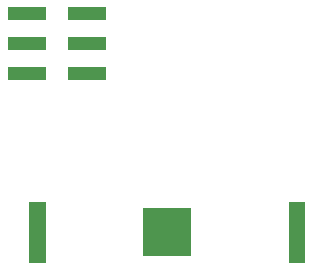
<source format=gbs>
G04 #@! TF.GenerationSoftware,KiCad,Pcbnew,(5.0.1)-rc2*
G04 #@! TF.CreationDate,2018-12-03T18:09:08-05:00*
G04 #@! TF.ProjectId,tpms_silencer,74706D735F73696C656E6365722E6B69,rev?*
G04 #@! TF.SameCoordinates,Original*
G04 #@! TF.FileFunction,Soldermask,Bot*
G04 #@! TF.FilePolarity,Negative*
%FSLAX46Y46*%
G04 Gerber Fmt 4.6, Leading zero omitted, Abs format (unit mm)*
G04 Created by KiCad (PCBNEW (5.0.1)-rc2) date 2018-12-03 6:09:08 PM*
%MOMM*%
%LPD*%
G01*
G04 APERTURE LIST*
%ADD10C,0.100000*%
G04 APERTURE END LIST*
D10*
G36*
X29007800Y-66344800D02*
X27636200Y-66344800D01*
X27636200Y-61163200D01*
X29007800Y-61163200D01*
X29007800Y-66344800D01*
X29007800Y-66344800D01*
G37*
G36*
X50977800Y-66344800D02*
X49606200Y-66344800D01*
X49606200Y-61163200D01*
X50977800Y-61163200D01*
X50977800Y-66344800D01*
X50977800Y-66344800D01*
G37*
G36*
X41337800Y-65784800D02*
X37276200Y-65784800D01*
X37276200Y-61723200D01*
X41337800Y-61723200D01*
X41337800Y-65784800D01*
X41337800Y-65784800D01*
G37*
G36*
X34137800Y-50842800D02*
X30886200Y-50842800D01*
X30886200Y-49741200D01*
X34137800Y-49741200D01*
X34137800Y-50842800D01*
X34137800Y-50842800D01*
G37*
G36*
X29087800Y-50842800D02*
X25836200Y-50842800D01*
X25836200Y-49741200D01*
X29087800Y-49741200D01*
X29087800Y-50842800D01*
X29087800Y-50842800D01*
G37*
G36*
X34137800Y-48302800D02*
X30886200Y-48302800D01*
X30886200Y-47201200D01*
X34137800Y-47201200D01*
X34137800Y-48302800D01*
X34137800Y-48302800D01*
G37*
G36*
X29087800Y-48302800D02*
X25836200Y-48302800D01*
X25836200Y-47201200D01*
X29087800Y-47201200D01*
X29087800Y-48302800D01*
X29087800Y-48302800D01*
G37*
G36*
X34137800Y-45762800D02*
X30886200Y-45762800D01*
X30886200Y-44661200D01*
X34137800Y-44661200D01*
X34137800Y-45762800D01*
X34137800Y-45762800D01*
G37*
G36*
X29087800Y-45762800D02*
X25836200Y-45762800D01*
X25836200Y-44661200D01*
X29087800Y-44661200D01*
X29087800Y-45762800D01*
X29087800Y-45762800D01*
G37*
M02*

</source>
